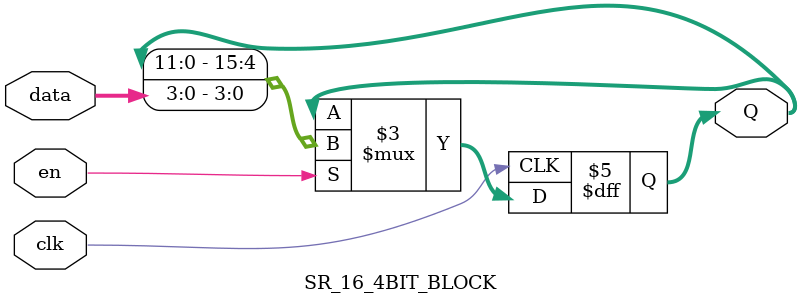
<source format=v>
`timescale 1ns / 1ps


module SR_16_4BIT_BLOCK(
    input   wire    [3:0]   data,
    input   wire            en,
    input                   clk,
    output  reg     [15:0]  Q
    );

    always @(negedge clk) begin
        if(en)
            Q = {Q[11:0], data};
    end
endmodule

</source>
